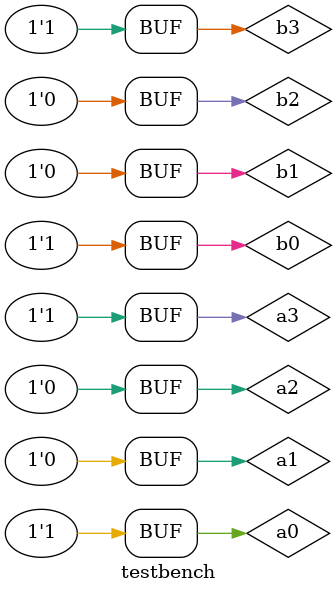
<source format=v>
module fourBitMagnitudeComparatorGateLevel(a0, a1, a2, a3, b0, b1, b2, b3, o1, o2, o3);
    input a0, a1, a2, a3, b0, b1, b2, b3;
    output o1, o2, o3;

    wire w1, w2, w3, w4, w5, w6, w7, w8, 
    w9, w10, 
    w11, w12, 
    w13, w14, 
    w15, w16, 
    w17, w18, w19, w20,
    w21, w22, w23, w24, w25, w26;

    // nots for each input: 1st level
    not(w1, a0);
    not(w2, a1);
    not(w3, a2);
    not(w4, a3);
    not(w5, b0);
    not(w6, b1);
    not(w7, b2);
    not(w8, b3);

    // 2nd + 3rd level
    and(w9, b3, w4);
    and(w10, a3, w8);
    nor(w17, w9, w10);

    and(w11, b2, w3);
    and(w12, a2, w7);
    nor(w18, w11, w12);

    and(w13, b1, w2);
    and(w14, a1, w6);
    nor(w19, w13, w14);

    and(w15, b0, w1);
    and(w16, a0, w5);
    nor(w20, w15, w16);

    // 4th level
    and(w21, w17, w11);
    and(w22, w17, w12);
    and(w23, w17, w18, w13);
    and(w24, w17, w18, w14);
    and(w25, w17, w18, w19, w15);
    and(w26, w17, w18, w19, w16);
    and(o3, w17, w18, w19, w20);

    // 5th level
    or(o1, w9, w21, w23, w25);
    or(o2, w10, w22, w24, w26);

endmodule



module testbench;
    reg a0, a1, a2, a3, b0, b1, b2, b3;
    wire o1, o2, o3;

    fourBitMagnitudeComparatorGateLevel comparator(a0, a1, a2, a3, b0, b1, b2, b3, o1, o2, o3);

    initial
        begin
            $monitor(,$time, " A = %b%b%b%b   B = %b%b%b%b     A<B: %b       A>B: %b       A=B: %b", a3, a2, a1, a0, b3, b2, b1, b0, o1, o2, o3);
            #0 a3=1'b1; a2=1'b0; a1=1'b0; a0=1'b1; b3=1'b1; b2=1'b0; b1=1'b0; b0=1'b1;
        end
endmodule
</source>
